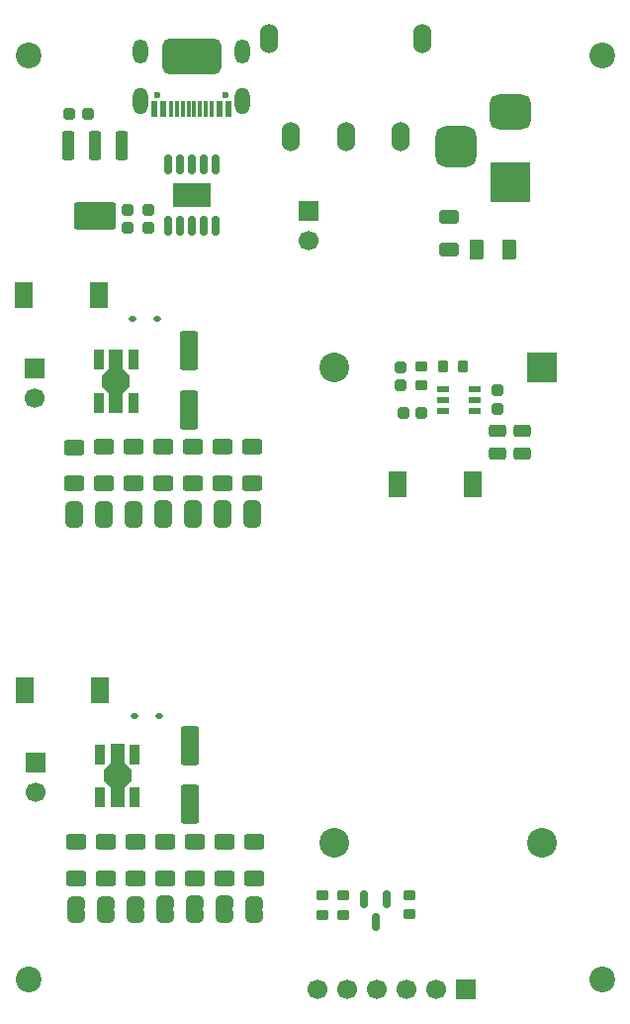
<source format=gts>
%TF.GenerationSoftware,KiCad,Pcbnew,9.0.2*%
%TF.CreationDate,2025-05-24T18:08:54+02:00*%
%TF.ProjectId,CCFL2LED,4343464c-324c-4454-942e-6b696361645f,rev?*%
%TF.SameCoordinates,Original*%
%TF.FileFunction,Soldermask,Top*%
%TF.FilePolarity,Negative*%
%FSLAX46Y46*%
G04 Gerber Fmt 4.6, Leading zero omitted, Abs format (unit mm)*
G04 Created by KiCad (PCBNEW 9.0.2) date 2025-05-24 18:08:54*
%MOMM*%
%LPD*%
G01*
G04 APERTURE LIST*
G04 Aperture macros list*
%AMRoundRect*
0 Rectangle with rounded corners*
0 $1 Rounding radius*
0 $2 $3 $4 $5 $6 $7 $8 $9 X,Y pos of 4 corners*
0 Add a 4 corners polygon primitive as box body*
4,1,4,$2,$3,$4,$5,$6,$7,$8,$9,$2,$3,0*
0 Add four circle primitives for the rounded corners*
1,1,$1+$1,$2,$3*
1,1,$1+$1,$4,$5*
1,1,$1+$1,$6,$7*
1,1,$1+$1,$8,$9*
0 Add four rect primitives between the rounded corners*
20,1,$1+$1,$2,$3,$4,$5,0*
20,1,$1+$1,$4,$5,$6,$7,0*
20,1,$1+$1,$6,$7,$8,$9,0*
20,1,$1+$1,$8,$9,$2,$3,0*%
%AMFreePoly0*
4,1,23,0.500000,-0.750000,0.000000,-0.750000,0.000000,-0.745722,-0.065263,-0.745722,-0.191342,-0.711940,-0.304381,-0.646677,-0.396677,-0.554381,-0.461940,-0.441342,-0.495722,-0.315263,-0.495722,-0.250000,-0.500000,-0.250000,-0.500000,0.250000,-0.495722,0.250000,-0.495722,0.315263,-0.461940,0.441342,-0.396677,0.554381,-0.304381,0.646677,-0.191342,0.711940,-0.065263,0.745722,0.000000,0.745722,
0.000000,0.750000,0.500000,0.750000,0.500000,-0.750000,0.500000,-0.750000,$1*%
%AMFreePoly1*
4,1,23,0.000000,0.745722,0.065263,0.745722,0.191342,0.711940,0.304381,0.646677,0.396677,0.554381,0.461940,0.441342,0.495722,0.315263,0.495722,0.250000,0.500000,0.250000,0.500000,-0.250000,0.495722,-0.250000,0.495722,-0.315263,0.461940,-0.441342,0.396677,-0.554381,0.304381,-0.646677,0.191342,-0.711940,0.065263,-0.745722,0.000000,-0.745722,0.000000,-0.750000,-0.500000,-0.750000,
-0.500000,0.750000,0.000000,0.750000,0.000000,0.745722,0.000000,0.745722,$1*%
%AMFreePoly2*
4,1,37,0.559954,2.682520,0.597008,2.631520,0.602000,2.600000,0.602000,1.032052,1.117026,0.517026,1.139136,0.483935,1.157735,0.439034,1.165500,0.400000,1.165500,-0.400000,1.157735,-0.439034,1.139136,-0.483935,1.117026,-0.517026,0.602000,-1.032052,0.602000,-2.600000,0.582520,-2.659954,0.531520,-2.697008,0.500000,-2.702000,-0.500000,-2.702000,-0.559954,-2.682520,-0.597008,-2.631520,
-0.602000,-2.600000,-0.602000,-1.032052,-1.117026,-0.517026,-1.139136,-0.483935,-1.157735,-0.439034,-1.165500,-0.400000,-1.165500,0.400000,-1.157735,0.439034,-1.139136,0.483935,-1.117026,0.517026,-0.602000,1.032052,-0.602000,2.600000,-0.582520,2.659954,-0.531520,2.697008,-0.500000,2.702000,0.500000,2.702000,0.559954,2.682520,0.559954,2.682520,$1*%
G04 Aperture macros list end*
%ADD10C,0.127000*%
%ADD11RoundRect,0.219000X-0.219000X-0.294000X0.219000X-0.294000X0.219000X0.294000X-0.219000X0.294000X0*%
%ADD12FreePoly0,90.000000*%
%ADD13FreePoly1,90.000000*%
%ADD14RoundRect,0.112500X0.187500X0.112500X-0.187500X0.112500X-0.187500X-0.112500X0.187500X-0.112500X0*%
%ADD15RoundRect,0.250000X0.300000X-1.000000X0.300000X1.000000X-0.300000X1.000000X-0.300000X-1.000000X0*%
%ADD16C,0.500000*%
%ADD17RoundRect,0.250000X1.550000X-0.920000X1.550000X0.920000X-1.550000X0.920000X-1.550000X-0.920000X0*%
%ADD18RoundRect,0.250000X0.625000X-0.400000X0.625000X0.400000X-0.625000X0.400000X-0.625000X-0.400000X0*%
%ADD19O,1.560000X2.540000*%
%ADD20RoundRect,0.250000X-0.625000X0.400000X-0.625000X-0.400000X0.625000X-0.400000X0.625000X0.400000X0*%
%ADD21RoundRect,0.244000X0.269000X-0.244000X0.269000X0.244000X-0.269000X0.244000X-0.269000X-0.244000X0*%
%ADD22C,2.200000*%
%ADD23RoundRect,0.150000X-0.150000X0.590000X-0.150000X-0.590000X0.150000X-0.590000X0.150000X0.590000X0*%
%ADD24R,1.700000X1.700000*%
%ADD25C,1.700000*%
%ADD26RoundRect,0.269000X0.494000X-0.269000X0.494000X0.269000X-0.494000X0.269000X-0.494000X-0.269000X0*%
%ADD27R,1.500000X2.200000*%
%ADD28RoundRect,0.244000X0.244000X0.269000X-0.244000X0.269000X-0.244000X-0.269000X0.244000X-0.269000X0*%
%ADD29RoundRect,0.267273X0.570727X-0.320727X0.570727X0.320727X-0.570727X0.320727X-0.570727X-0.320727X0*%
%ADD30RoundRect,0.250000X0.550000X-1.412500X0.550000X1.412500X-0.550000X1.412500X-0.550000X-1.412500X0*%
%ADD31R,2.540000X2.540000*%
%ADD32C,2.540000*%
%ADD33R,1.003300X0.558800*%
%ADD34RoundRect,0.244000X-0.244000X-0.269000X0.244000X-0.269000X0.244000X0.269000X-0.244000X0.269000X0*%
%ADD35RoundRect,0.219000X0.294000X-0.219000X0.294000X0.219000X-0.294000X0.219000X-0.294000X-0.219000X0*%
%ADD36RoundRect,0.150000X0.150000X-0.687500X0.150000X0.687500X-0.150000X0.687500X-0.150000X-0.687500X0*%
%ADD37R,3.300000X2.100000*%
%ADD38RoundRect,0.250000X0.375000X0.625000X-0.375000X0.625000X-0.375000X-0.625000X0.375000X-0.625000X0*%
%ADD39R,3.500000X3.500000*%
%ADD40RoundRect,0.750000X-1.000000X0.750000X-1.000000X-0.750000X1.000000X-0.750000X1.000000X0.750000X0*%
%ADD41RoundRect,0.875000X-0.875000X0.875000X-0.875000X-0.875000X0.875000X-0.875000X0.875000X0.875000X0*%
%ADD42RoundRect,0.219000X-0.294000X0.219000X-0.294000X-0.219000X0.294000X-0.219000X0.294000X0.219000X0*%
%ADD43RoundRect,0.102000X0.350000X0.750000X-0.350000X0.750000X-0.350000X-0.750000X0.350000X-0.750000X0*%
%ADD44FreePoly2,180.000000*%
%ADD45C,0.600000*%
%ADD46R,0.300000X1.400000*%
%ADD47R,0.500000X1.400000*%
%ADD48O,1.300000X2.300000*%
%ADD49O,1.300000X2.100000*%
%ADD50RoundRect,0.500000X2.000000X1.000000X-2.000000X1.000000X-2.000000X-1.000000X2.000000X-1.000000X0*%
G04 APERTURE END LIST*
%TO.C,JP4*%
G36*
X53745000Y-72398000D02*
G01*
X55245000Y-72398000D01*
X55245000Y-72098000D01*
X53745000Y-72098000D01*
X53745000Y-72398000D01*
G37*
%TO.C,JP10*%
G36*
X56400000Y-106180000D02*
G01*
X57900000Y-106180000D01*
X57900000Y-105880000D01*
X56400000Y-105880000D01*
X56400000Y-106180000D01*
G37*
%TO.C,JP9*%
G36*
X58940000Y-106180000D02*
G01*
X60440000Y-106180000D01*
X60440000Y-105880000D01*
X58940000Y-105880000D01*
X58940000Y-106180000D01*
G37*
%TO.C,JP11*%
G36*
X53860000Y-106180000D02*
G01*
X55360000Y-106180000D01*
X55360000Y-105880000D01*
X53860000Y-105880000D01*
X53860000Y-106180000D01*
G37*
%TO.C,JP14*%
G36*
X46240000Y-106195000D02*
G01*
X47740000Y-106195000D01*
X47740000Y-105895000D01*
X46240000Y-105895000D01*
X46240000Y-106195000D01*
G37*
%TO.C,JP2*%
G36*
X58825000Y-72383000D02*
G01*
X60325000Y-72383000D01*
X60325000Y-72083000D01*
X58825000Y-72083000D01*
X58825000Y-72383000D01*
G37*
%TO.C,JP13*%
G36*
X48780000Y-106195000D02*
G01*
X50280000Y-106195000D01*
X50280000Y-105895000D01*
X48780000Y-105895000D01*
X48780000Y-106195000D01*
G37*
%TO.C,JP1*%
G36*
X61365000Y-72398000D02*
G01*
X62865000Y-72398000D01*
X62865000Y-72098000D01*
X61365000Y-72098000D01*
X61365000Y-72398000D01*
G37*
%TO.C,JP6*%
G36*
X48665000Y-72413000D02*
G01*
X50165000Y-72413000D01*
X50165000Y-72113000D01*
X48665000Y-72113000D01*
X48665000Y-72413000D01*
G37*
%TO.C,JP3*%
G36*
X56285000Y-72383000D02*
G01*
X57785000Y-72383000D01*
X57785000Y-72083000D01*
X56285000Y-72083000D01*
X56285000Y-72383000D01*
G37*
%TO.C,JP8*%
G36*
X61480000Y-106195000D02*
G01*
X62980000Y-106195000D01*
X62980000Y-105895000D01*
X61480000Y-105895000D01*
X61480000Y-106195000D01*
G37*
%TO.C,JP5*%
G36*
X51205000Y-72413000D02*
G01*
X52705000Y-72413000D01*
X52705000Y-72113000D01*
X51205000Y-72113000D01*
X51205000Y-72413000D01*
G37*
%TO.C,JP7*%
G36*
X46125000Y-72413000D02*
G01*
X47625000Y-72413000D01*
X47625000Y-72113000D01*
X46125000Y-72113000D01*
X46125000Y-72413000D01*
G37*
%TO.C,JP12*%
G36*
X51320000Y-106195000D02*
G01*
X52820000Y-106195000D01*
X52820000Y-105895000D01*
X51320000Y-105895000D01*
X51320000Y-106195000D01*
G37*
D10*
%TO.C,U1*%
X51443000Y-60472500D02*
X51443000Y-61272500D01*
X50443000Y-62272500D01*
X49443000Y-61272500D01*
X49443000Y-60472500D01*
X50443000Y-59472500D01*
X51443000Y-60472500D01*
G36*
X51443000Y-60472500D02*
G01*
X51443000Y-61272500D01*
X50443000Y-62272500D01*
X49443000Y-61272500D01*
X49443000Y-60472500D01*
X50443000Y-59472500D01*
X51443000Y-60472500D01*
G37*
%TO.C,U2*%
X51546000Y-94215000D02*
X51546000Y-95015000D01*
X50546000Y-96015000D01*
X49546000Y-95015000D01*
X49546000Y-94215000D01*
X50546000Y-93215000D01*
X51546000Y-94215000D01*
G36*
X51546000Y-94215000D02*
G01*
X51546000Y-95015000D01*
X50546000Y-96015000D01*
X49546000Y-95015000D01*
X49546000Y-94215000D01*
X50546000Y-93215000D01*
X51546000Y-94215000D01*
G37*
%TD*%
D11*
%TO.C,R7*%
X78473500Y-59646500D03*
X80113500Y-59646500D03*
%TD*%
D12*
%TO.C,JP4*%
X54495000Y-72898000D03*
D13*
X54495000Y-71598000D03*
%TD*%
D14*
%TO.C,D1*%
X53975000Y-55596000D03*
X51875000Y-55596000D03*
%TD*%
D15*
%TO.C,U8*%
X50939000Y-40766000D03*
X48639000Y-40766000D03*
X46339000Y-40766000D03*
D16*
X47639000Y-46736000D03*
X48639000Y-46736000D03*
D17*
X48639000Y-46736000D03*
D16*
X49639000Y-46736000D03*
%TD*%
D18*
%TO.C,R13*%
X62230000Y-103378000D03*
X62230000Y-100278000D03*
%TD*%
D19*
%TO.C,SW1*%
X63504000Y-31605000D03*
X76704000Y-31605000D03*
X65404000Y-40005000D03*
X70104000Y-40005000D03*
X74804000Y-40005000D03*
%TD*%
D20*
%TO.C,R18*%
X49530000Y-100278000D03*
X49530000Y-103378000D03*
%TD*%
D21*
%TO.C,C23*%
X51435000Y-47788000D03*
X51435000Y-46228000D03*
%TD*%
D12*
%TO.C,JP10*%
X57150000Y-106680000D03*
D13*
X57150000Y-105380000D03*
%TD*%
D22*
%TO.C,H1*%
X92075000Y-33020000D03*
%TD*%
D23*
%TO.C,Q1*%
X73594000Y-105206400D03*
X71694000Y-105206400D03*
X72644000Y-107086400D03*
%TD*%
D24*
%TO.C,J4*%
X80391000Y-112900500D03*
D25*
X77851000Y-112900500D03*
X75311000Y-112900500D03*
X72771000Y-112900500D03*
X70231000Y-112900500D03*
X67691000Y-112900500D03*
%TD*%
D26*
%TO.C,C5*%
X85217000Y-67047000D03*
X85217000Y-65147000D03*
%TD*%
D20*
%TO.C,R8*%
X57023000Y-66496000D03*
X57023000Y-69596000D03*
%TD*%
D27*
%TO.C,L1*%
X42545000Y-53561500D03*
X48945000Y-53561500D03*
%TD*%
D28*
%TO.C,C3*%
X76594500Y-63583500D03*
X75034500Y-63583500D03*
%TD*%
D12*
%TO.C,JP9*%
X59690000Y-106680000D03*
D13*
X59690000Y-105380000D03*
%TD*%
D22*
%TO.C,H4*%
X92075000Y-112014000D03*
%TD*%
D29*
%TO.C,D3*%
X78968600Y-49609200D03*
X78968600Y-46809200D03*
%TD*%
D20*
%TO.C,R9*%
X54495000Y-66496000D03*
X54495000Y-69596000D03*
%TD*%
D12*
%TO.C,JP11*%
X54610000Y-106680000D03*
D13*
X54610000Y-105380000D03*
%TD*%
D20*
%TO.C,R17*%
X52070000Y-100278000D03*
X52070000Y-103378000D03*
%TD*%
%TO.C,R14*%
X59690000Y-100278000D03*
X59690000Y-103378000D03*
%TD*%
D24*
%TO.C,+  -*%
X43459000Y-59807000D03*
D25*
X43459000Y-62347000D03*
%TD*%
D22*
%TO.C,H2*%
X42926000Y-33020000D03*
%TD*%
D20*
%TO.C,R4*%
X59563000Y-66496000D03*
X59563000Y-69596000D03*
%TD*%
D12*
%TO.C,JP14*%
X46990000Y-106695000D03*
D13*
X46990000Y-105395000D03*
%TD*%
D20*
%TO.C,R16*%
X54610000Y-100278000D03*
X54610000Y-103378000D03*
%TD*%
D12*
%TO.C,JP2*%
X59575000Y-72883000D03*
D13*
X59575000Y-71583000D03*
%TD*%
D30*
%TO.C,C2*%
X56642000Y-63338000D03*
X56642000Y-58263000D03*
%TD*%
D31*
%TO.C,U7*%
X86868000Y-59687500D03*
D32*
X69088000Y-59687500D03*
X69088000Y-100327500D03*
X86868000Y-100327500D03*
%TD*%
D21*
%TO.C,C1*%
X83080000Y-63220500D03*
X83080000Y-61660500D03*
%TD*%
D33*
%TO.C,U3*%
X81175000Y-63456500D03*
X81175000Y-62506499D03*
X81175000Y-61556498D03*
X78469900Y-61556498D03*
X78469900Y-62506499D03*
X78469900Y-63456500D03*
%TD*%
D34*
%TO.C,C22*%
X46460000Y-38048000D03*
X48020000Y-38048000D03*
%TD*%
D26*
%TO.C,C6*%
X83080000Y-67047000D03*
X83080000Y-65147000D03*
%TD*%
D12*
%TO.C,JP13*%
X49530000Y-106695000D03*
D13*
X49530000Y-105395000D03*
%TD*%
D27*
%TO.C,L2*%
X80946000Y-69679500D03*
X74546000Y-69679500D03*
%TD*%
D35*
%TO.C,R1*%
X68072000Y-106507500D03*
X68072000Y-104867500D03*
%TD*%
%TO.C,R2*%
X69850000Y-106484000D03*
X69850000Y-104844000D03*
%TD*%
D12*
%TO.C,JP1*%
X62115000Y-72898000D03*
D13*
X62115000Y-71598000D03*
%TD*%
D36*
%TO.C,U9*%
X54928000Y-47625000D03*
X55928000Y-47625000D03*
X56928000Y-47625000D03*
X57928000Y-47625000D03*
X58928000Y-47625000D03*
X58928000Y-42350000D03*
X57928000Y-42350000D03*
X56928000Y-42350000D03*
X55928000Y-42350000D03*
X54928000Y-42350000D03*
D37*
X56928000Y-44987500D03*
%TD*%
D12*
%TO.C,JP6*%
X49415000Y-72913000D03*
D13*
X49415000Y-71613000D03*
%TD*%
D30*
%TO.C,C7*%
X56728000Y-97080500D03*
X56728000Y-92005500D03*
%TD*%
D12*
%TO.C,JP3*%
X57035000Y-72883000D03*
D13*
X57035000Y-71583000D03*
%TD*%
D12*
%TO.C,JP8*%
X62230000Y-106695000D03*
D13*
X62230000Y-105395000D03*
%TD*%
D12*
%TO.C,JP5*%
X51955000Y-72913000D03*
D13*
X51955000Y-71613000D03*
%TD*%
D38*
%TO.C,F2*%
X84153200Y-49631600D03*
X81353200Y-49631600D03*
%TD*%
D18*
%TO.C,R3*%
X62115000Y-69596000D03*
X62115000Y-66496000D03*
%TD*%
D39*
%TO.C,J3*%
X84201000Y-43846000D03*
D40*
X84201000Y-37846000D03*
D41*
X79501000Y-40846000D03*
%TD*%
D20*
%TO.C,R15*%
X57150000Y-100278000D03*
X57150000Y-103378000D03*
%TD*%
D22*
%TO.C,H3*%
X42926000Y-112014000D03*
%TD*%
D21*
%TO.C,C24*%
X53213000Y-47788000D03*
X53213000Y-46228000D03*
%TD*%
D20*
%TO.C,R10*%
X51943000Y-66496000D03*
X51943000Y-69596000D03*
%TD*%
D24*
%TO.C,J7*%
X66929000Y-46355000D03*
D25*
X66929000Y-48895000D03*
%TD*%
D27*
%TO.C,L3*%
X42631000Y-87304000D03*
X49031000Y-87304000D03*
%TD*%
D21*
%TO.C,C4*%
X74825000Y-61232000D03*
X74825000Y-59672000D03*
%TD*%
D24*
%TO.C,+  -*%
X43586000Y-93492000D03*
D25*
X43586000Y-96032000D03*
%TD*%
D42*
%TO.C,R5*%
X75565000Y-104820500D03*
X75565000Y-106460500D03*
%TD*%
D12*
%TO.C,JP7*%
X46875000Y-72913000D03*
D13*
X46875000Y-71613000D03*
%TD*%
D20*
%TO.C,R12*%
X46875000Y-66522000D03*
X46875000Y-69622000D03*
%TD*%
D12*
%TO.C,JP12*%
X52070000Y-106695000D03*
D13*
X52070000Y-105395000D03*
%TD*%
D14*
%TO.C,D2*%
X54112000Y-89480000D03*
X52012000Y-89480000D03*
%TD*%
D43*
%TO.C,U1*%
X51943000Y-59022500D03*
D44*
X50443000Y-60872500D03*
D43*
X48943000Y-59022500D03*
X48943000Y-62722500D03*
X51943000Y-62722500D03*
%TD*%
D20*
%TO.C,R19*%
X46990000Y-100278000D03*
X46990000Y-103378000D03*
%TD*%
D35*
%TO.C,R6*%
X76603000Y-61255000D03*
X76603000Y-59615000D03*
%TD*%
D45*
%TO.C,J2*%
X59784000Y-36411000D03*
X54004000Y-36411000D03*
D46*
X58144000Y-37611000D03*
X57144000Y-37611000D03*
X56644000Y-37611000D03*
X55644000Y-37611000D03*
D47*
X54494000Y-37611000D03*
X53694000Y-37611000D03*
D46*
X55144000Y-37611000D03*
X56144000Y-37611000D03*
X57644000Y-37611000D03*
X58644000Y-37611000D03*
D47*
X59294000Y-37611000D03*
X60094000Y-37611000D03*
D48*
X61224000Y-36931000D03*
D49*
X61224000Y-32731000D03*
D16*
X58894000Y-34111000D03*
X58894000Y-32111000D03*
D50*
X56894000Y-33111000D03*
D16*
X54894000Y-34111000D03*
X54894000Y-32111000D03*
D48*
X52564000Y-36931000D03*
D49*
X52564000Y-32731000D03*
%TD*%
D43*
%TO.C,U2*%
X52046000Y-92765000D03*
D44*
X50546000Y-94615000D03*
D43*
X49046000Y-92765000D03*
X49046000Y-96465000D03*
X52046000Y-96465000D03*
%TD*%
D20*
%TO.C,R11*%
X49403000Y-66496000D03*
X49403000Y-69596000D03*
%TD*%
M02*

</source>
